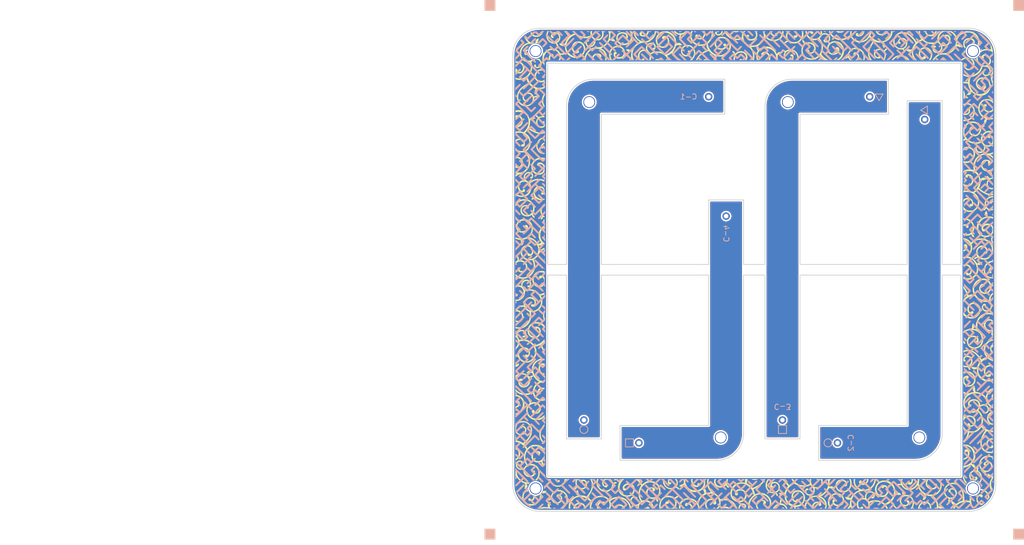
<source format=kicad_pcb>
(kicad_pcb (version 20210228) (generator pcbnew)
  (title_block (title "Kasumigasane Keypad") (company "@e3w2q"))
  (layers (0 "F.Cu" signal) (31 "B.Cu" signal) (34 "B.Paste" user) (35 "F.Paste" user) (36 "B.SilkS" user "B.Silkscreen") (37 "F.SilkS" user "F.Silkscreen") (38 "B.Mask" user) (39 "F.Mask" user) (44 "Edge.Cuts" user))
  (net 0 "")
  (footprint "#footprint:M2_ThroughHole" (layer "F.Cu") (at 25.75 25.75)
    (fp_text reference "" hide)
    (fp_text value "" hide)
    (pad "" thru_hole circle (at 0 0) (size 2.2 2.2) (drill 1.88) (layers *.Cu *.Mask))
  )
  (footprint "#footprint:1pin_conn_rev3" (layer "F.Cu") (at 34.75 94.5 90)
    (fp_text reference "" hide)
    (fp_text value "" hide)
    (pad "" thru_hole circle (at 0 0 90) (size 1.4 1.4) (drill 0.8128) (layers *.Cu *.Mask))
  )
  (footprint "#footprint:0.8mm_NPTH" (layer "F.Cu") (at 94.5 66.5 90)
    (fp_text reference "" hide)
    (fp_text value "" hide)
    (pad "" np_thru_hole circle (at 0 0 90) (size 0.8 0.8) (drill 0.8) (layers F&B.Cu *.Mask))
  )
  (footprint "#footprint:M2_ThroughHole" (layer "F.Cu") (at 35.75 35.25)
    (fp_text reference "" hide)
    (fp_text value "" hide)
  )
  (footprint "#footprint:0.8mm_NPTH" (layer "F.Cu") (at 75.5 66.5 90)
    (fp_text reference "" hide)
    (fp_text value "" hide)
    (pad "" np_thru_hole circle (at 0 0 90) (size 0.8 0.8) (drill 0.8) (layers F&B.Cu *.Mask))
  )
  (footprint "#footprint:1pin_conn_rev3" (layer "F.Cu") (at 61.25 82.5 -90)
    (fp_text reference "" hide)
    (fp_text value "" hide)
  )
  (footprint "#footprint:1pin_conn_rev3" (layer "F.Cu") (at 51 34.25 180)
    (fp_text reference "" hide)
    (fp_text value "" hide)
  )
  (footprint "#footprint:0.8mm_NPTH" (layer "F.Cu") (at 28.5 66.5 90)
    (fp_text reference "" hide)
    (fp_text value "" hide)
    (pad "" np_thru_hole circle (at 0 0 90) (size 0.8 0.8) (drill 0.8) (layers F&B.Cu *.Mask))
  )
  (footprint "#footprint:0.8mm_NPTH" (layer "F.Cu") (at 104.5 66.5 90)
    (fp_text reference "" hide)
    (fp_text value "" hide)
    (pad "" np_thru_hole circle (at 0 0 90) (size 0.8 0.8) (drill 0.8) (layers F&B.Cu *.Mask))
  )
  (footprint "#footprint:1pin_conn_rev3" (layer "F.Cu") (at 108.25 41 90)
    (fp_text reference "" hide)
    (fp_text value "" hide)
  )
  (footprint "#footprint:1pin_conn_rev3" (layer "F.Cu") (at 88 34.25 180)
    (fp_text reference "" hide)
    (fp_text value "" hide)
    (pad "" thru_hole circle (at 0 0 180) (size 1.4 1.4) (drill 0.8128) (layers *.Cu *.Mask))
  )
  (footprint "#footprint:1pin_conn_rev3" (layer "F.Cu") (at 34.75 50.5 90)
    (fp_text reference "" hide)
    (fp_text value "" hide)
  )
  (footprint "#footprint:0.8mm_NPTH" (layer "F.Cu") (at 57.5 66.5 90)
    (fp_text reference "" hide)
    (fp_text value "" hide)
    (pad "" np_thru_hole circle (at 0 0 90) (size 0.8 0.8) (drill 0.8) (layers F&B.Cu *.Mask))
  )
  (footprint "#footprint:1pin_conn_rev3" (layer "F.Cu") (at 98.25 38.5 180)
    (fp_text reference "" hide)
    (fp_text value "" hide)
    (pad "" thru_hole circle (at 0 0 180) (size 1.4 1.4) (drill 0.8128) (layers *.Cu *.Mask))
  )
  (footprint "#footprint:0.8mm_NPTH" (layer "F.Cu") (at 31 66.5 90)
    (fp_text reference "" hide)
    (fp_text value "" hide)
    (pad "" np_thru_hole circle (at 0 0 90) (size 0.8 0.8) (drill 0.8) (layers F&B.Cu *.Mask))
  )
  (footprint "#footprint:1pin_conn_rev3" (layer "F.Cu") (at 92 108.25)
    (fp_text reference "" hide)
    (fp_text value "" hide)
  )
  (footprint "#footprint:1pin_conn_rev3" (layer "F.Cu") (at 108.25 92 -90)
    (fp_text reference "" hide)
    (fp_text value "" hide)
  )
  (footprint "#footprint:M2_ThroughHole" (layer "F.Cu") (at 25.75 25.75)
    (fp_text reference "" hide)
    (fp_text value "" hide)
    (pad "" thru_hole circle (at 0 0) (size 2.2 2.2) (drill 1.88) (layers *.Cu *.Mask))
  )
  (footprint "#footprint:KG-1-karakusa" (layer "F.Cu") (at 66.5 66.5)
    (fp_text reference "G***")
    (fp_text value "LOGO" hide)
  )
  (footprint "#footprint:M2_ThroughHole" (layer "F.Cu") (at 97.25 97.75 180)
    (fp_text reference "" hide)
    (fp_text value "" hide)
    (pad "" thru_hole circle (at 0 0 180) (size 2.2 2.2) (drill 1.88) (layers *.Cu *.Mask))
  )
  (footprint "#footprint:1pin_conn_rev3" (layer "F.Cu") (at 92 24.75)
    (fp_text reference "" hide)
    (fp_text value "" hide)
  )
  (footprint "#footprint:1pin_conn_rev3" (layer "F.Cu") (at 24.75 92 -90)
    (fp_text reference "" hide)
    (fp_text value "" hide)
  )
  (footprint "#footprint:M2_ThroughHole" (layer "F.Cu") (at 25.75 107.25 90)
    (fp_text reference "" hide)
    (fp_text value "" hide)
    (pad "" thru_hole circle (at 0 0 90) (size 2.2 2.2) (drill 1.88) (layers *.Cu *.Mask))
  )
  (footprint "#footprint:1pin_conn_rev3" (layer "F.Cu") (at 71.75 50.5 90)
    (fp_text reference "" hide)
    (fp_text value "" hide)
  )
  (footprint "#footprint:0.8mm_NPTH" (layer "F.Cu") (at 102 66.5 90)
    (fp_text reference "" hide)
    (fp_text value "" hide)
    (pad "" np_thru_hole circle (at 0 0 90) (size 0.8 0.8) (drill 0.8) (layers F&B.Cu *.Mask))
  )
  (footprint "#footprint:0.8mm_NPTH" (layer "F.Cu") (at 65 66.5 90)
    (fp_text reference "" hide)
    (fp_text value "" hide)
    (pad "" np_thru_hole circle (at 0 0 90) (size 0.8 0.8) (drill 0.8) (layers F&B.Cu *.Mask))
  )
  (footprint "#footprint:1pin_conn_rev3" (layer "F.Cu") (at 58 34.25 90)
    (fp_text reference "" hide)
    (fp_text value "" hide)
    (pad "" thru_hole circle (at 0 0 90) (size 1.4 1.4) (drill 0.8128) (layers *.Cu *.Mask))
  )
  (footprint "#footprint:M2_ThroughHole" (layer "F.Cu") (at 72.75 35.25)
    (fp_text reference "" hide)
    (fp_text value "" hide)
    (pad "" thru_hole circle (at 0 0) (size 2.2 2.2) (drill 1.88) (layers *.Cu *.Mask))
  )
  (footprint "#footprint:1pin_conn_rev3" (layer "F.Cu") (at 51 34.25 180)
    (fp_text reference "" hide)
    (fp_text value "" hide)
  )
  (footprint "#footprint:1pin_conn_rev3" (layer "F.Cu") (at 45 98.75)
    (fp_text reference "" hide)
    (fp_text value "" hide)
    (pad "" thru_hole circle (at 0 0) (size 1.4 1.4) (drill 0.8128) (layers *.Cu *.Mask))
  )
  (footprint "#footprint:1pin_conn_rev3" (layer "F.Cu") (at 71.75 50.5 90)
    (fp_text reference "" hide)
    (fp_text value "" hide)
  )
  (footprint "#footprint:0.8mm_NPTH" (layer "F.Cu") (at 38.5 66.5 90)
    (fp_text reference "" hide)
    (fp_text value "" hide)
    (pad "" np_thru_hole circle (at 0 0 90) (size 0.8 0.8) (drill 0.8) (layers F&B.Cu *.Mask))
  )
  (footprint "#footprint:M2_ThroughHole" (layer "F.Cu") (at 25.75 107.25 90)
    (fp_text reference "" hide)
    (fp_text value "" hide)
    (pad "" thru_hole circle (at 0 0 90) (size 2.2 2.2) (drill 1.88) (layers *.Cu *.Mask))
  )
  (footprint "#footprint:M2_ThroughHole" (layer "F.Cu") (at 107.25 107.25 180)
    (fp_text reference "" hide)
    (fp_text value "" hide)
    (pad "" thru_hole circle (at 0 0 180) (size 2.2 2.2) (drill 1.88) (layers *.Cu *.Mask))
  )
  (footprint "#footprint:M2_ThroughHole" (layer "F.Cu") (at 60.25 97.75 180)
    (fp_text reference "" hide)
    (fp_text value "" hide)
    (pad "" thru_hole circle (at 0 0 180) (size 2.2 2.2) (drill 1.88) (layers *.Cu *.Mask))
  )
  (footprint "#footprint:1pin_conn_rev3" (layer "F.Cu") (at 24.75 41 90)
    (fp_text reference "" hide)
    (fp_text value "" hide)
  )
  (footprint "#footprint:1pin_conn_rev3" (layer "F.Cu") (at 41 108.25 180)
    (fp_text reference "" hide)
    (fp_text value "" hide)
  )
  (footprint "#footprint:1pin_conn_rev3" (layer "F.Cu") (at 71.75 94.5 -90)
    (fp_text reference "" hide)
    (fp_text value "" hide)
    (pad "" thru_hole circle (at 0 0 270) (size 1.4 1.4) (drill 0.8128) (layers *.Cu *.Mask))
  )
  (footprint "#footprint:M2_ThroughHole" (layer "F.Cu") (at 35.75 35.25)
    (fp_text reference "" hide)
    (fp_text value "" hide)
    (pad "" thru_hole circle (at 0 0) (size 2.2 2.2) (drill 1.88) (layers *.Cu *.Mask))
  )
  (footprint "#footprint:0.8mm_NPTH" (layer "F.Cu") (at 68 66.5 90)
    (fp_text reference "" hide)
    (fp_text value "" hide)
    (pad "" np_thru_hole circle (at 0 0 90) (size 0.8 0.8) (drill 0.8) (layers F&B.Cu *.Mask))
  )
  (footprint "#footprint:1pin_conn_rev3" (layer "F.Cu") (at 82 98.75)
    (fp_text reference "" hide)
    (fp_text value "" hide)
    (pad "" thru_hole circle (at 0 0) (size 1.4 1.4) (drill 0.8128) (layers *.Cu *.Mask))
  )
  (footprint "#footprint:1pin_conn_rev3" (layer "F.Cu") (at 61.25 56.5)
    (fp_text reference "" hide)
    (fp_text value "" hide)
    (pad "" thru_hole circle (at 0 0) (size 1.4 1.4) (drill 0.8128) (layers *.Cu *.Mask))
  )
  (footprint "#footprint:M2_ThroughHole" (layer "F.Cu") (at 107.25 107.25 180)
    (fp_text reference "" hide)
    (fp_text value "" hide)
    (pad "" thru_hole circle (at 0 0 180) (size 2.2 2.2) (drill 1.88) (layers *.Cu *.Mask))
  )
  (footprint "#footprint:M2_ThroughHole" (layer "F.Cu") (at 107.25 25.75 -90)
    (fp_text reference "" hide)
    (fp_text value "" hide)
    (pad "" thru_hole circle (at 0 0 270) (size 2.2 2.2) (drill 1.88) (layers *.Cu *.Mask))
  )
  (footprint "#footprint:1pin_conn_rev3" (layer "F.Cu") (at 41 24.75 180)
    (fp_text reference "" hide)
    (fp_text value "" hide)
  )
  (footprint "#footprint:KG-4-maze" (layer "B.Cu") (at 66.5 66.5 180)
    (fp_text reference "G***")
    (fp_text value "LOGO" hide)
  )
  (gr_rect (start 42.5 98) (end 44 99.5) (layer "B.SilkS") (width 0.15) (fill none))
  (gr_line (start 98.75 36) (end 97.5 36.75) (layer "B.SilkS") (width 0.15))
  (gr_circle (center 34.75 96.25) (end 35.5 96.25) (layer "B.SilkS") (width 0.15) (fill none))
  (gr_line (start 89 33.75) (end 90.5 33.75) (layer "B.SilkS") (width 0.15))
  (gr_line (start 98.75 36) (end 98.75 37.5) (layer "B.SilkS") (width 0.15))
  (gr_rect (start 72.5 95.5) (end 71 97) (layer "B.SilkS") (width 0.15) (fill none))
  (gr_line (start 89 33.75) (end 89.75 35) (layer "B.SilkS") (width 0.15))
  (gr_line (start 98.75 37.5) (end 97.5 36.75) (layer "B.SilkS") (width 0.15))
  (gr_circle (center 80.25 98.75) (end 81 98.75) (layer "B.SilkS") (width 0.15) (fill none))
  (gr_line (start 90.5 33.75) (end 89.75 35) (layer "B.SilkS") (width 0.15))
  (gr_line (start 31.5 67.5) (end 31.5 98) (layer "Edge.Cuts") (width 0.15))
  (gr_line (start 28 105) (end 28 67.5) (layer "Edge.Cuts") (width 0.15))
  (gr_line (start 58 53.5) (end 64.5 53.5) (layer "Edge.Cuts") (width 0.15))
  (gr_line (start 105 67.5) (end 105 105) (layer "Edge.Cuts") (width 0.15))
  (gr_arc (start 106.5 26.5) (end 111.5 26.5) (angle -90) (layer "Edge.Cuts") (width 0.15))
  (gr_line (start 26.5 111.5) (end 106.5 111.5) (layer "Edge.Cuts") (width 0.15))
  (gr_line (start 26.5 21.5) (end 106.5 21.5) (layer "Edge.Cuts") (width 0.15))
  (gr_line (start 101.5 65.5) (end 105 65.5) (layer "Edge.Cuts") (width 0.15))
  (gr_line (start 64.5 65.5) (end 64.5 53.5) (layer "Edge.Cuts") (width 0.15))
  (gr_line (start 58 53.5) (end 58 65.5) (layer "Edge.Cuts") (width 0.15))
  (gr_arc (start 59.5 97) (end 59.5 102) (angle -90) (layer "Edge.Cuts") (width 0.15))
  (gr_line (start 61 31) (end 36.5 31) (layer "Edge.Cuts") (width 0.15))
  (gr_line (start 78.5 102) (end 78.5 95.5) (layer "Edge.Cuts") (width 0.15))
  (gr_line (start 38 37.5) (end 38 65.5) (layer "Edge.Cuts") (width 0.15))
  (gr_line (start 64.5 65.5) (end 68.5 65.5) (layer "Edge.Cuts") (width 0.15))
  (gr_line (start 58 67.5) (end 58 95.5) (layer "Edge.Cuts") (width 0.15))
  (gr_line (start 105 65.5) (end 105 28) (layer "Edge.Cuts") (width 0.15))
  (gr_line (start 101.5 65.5) (end 101.5 35) (layer "Edge.Cuts") (width 0.15))
  (gr_line (start 64.5 67.5) (end 68.5 67.5) (layer "Edge.Cuts") (width 0.15))
  (gr_line (start 101.5 97) (end 101.5 67.5) (layer "Edge.Cuts") (width 0.15))
  (gr_line (start 75 98) (end 75 67.5) (layer "Edge.Cuts") (width 0.15))
  (gr_line (start 28 65.5) (end 31.5 65.5) (layer "Edge.Cuts") (width 0.15))
  (gr_line (start 75 67.5) (end 95 67.5) (layer "Edge.Cuts") (width 0.15))
  (gr_arc (start 73.5 36) (end 73.5 31) (angle -90) (layer "Edge.Cuts") (width 0.15))
  (gr_line (start 91.5 31) (end 91.5 37.5) (layer "Edge.Cuts") (width 0.15))
  (gr_line (start 58 65.5) (end 38 65.5) (layer "Edge.Cuts") (width 0.15))
  (gr_arc (start 36.5 36) (end 36.5 31) (angle -90) (layer "Edge.Cuts") (width 0.15))
  (gr_arc (start 106.5 106.5) (end 106.5 111.5) (angle -90) (layer "Edge.Cuts") (width 0.15))
  (gr_line (start 78.5 95.5) (end 95 95.5) (layer "Edge.Cuts") (width 0.15))
  (gr_line (start 28 65.5) (end 28 28) (layer "Edge.Cuts") (width 0.15))
  (gr_line (start 75 65.5) (end 95 65.5) (layer "Edge.Cuts") (width 0.15))
  (gr_line (start 58 67.5) (end 38 67.5) (layer "Edge.Cuts") (width 0.15))
  (gr_line (start 68.5 65.5) (end 68.5 36) (layer "Edge.Cuts") (width 0.15))
  (gr_line (start 78.5 102) (end 96.5 102) (layer "Edge.Cuts") (width 0.15))
  (gr_line (start 95 67.5) (end 95 95.5) (layer "Edge.Cuts") (width 0.15))
  (gr_line (start 68.5 67.5) (end 68.5 98) (layer "Edge.Cuts") (width 0.15))
  (gr_line (start 41.5 102) (end 41.5 95.5) (layer "Edge.Cuts") (width 0.15))
  (gr_line (start 61 37.5) (end 61 31) (layer "Edge.Cuts") (width 0.15))
  (gr_line (start 64.5 67.5) (end 64.5 97) (layer "Edge.Cuts") (width 0.15))
  (gr_line (start 31.5 36) (end 31.5 65.5) (layer "Edge.Cuts") (width 0.15))
  (gr_line (start 28 67.5) (end 31.5 67.5) (layer "Edge.Cuts") (width 0.15))
  (gr_line (start 91.5 31) (end 73.5 31) (layer "Edge.Cuts") (width 0.15))
  (gr_line (start 59.5 102) (end 41.5 102) (layer "Edge.Cuts") (width 0.15))
  (gr_line (start 68.5 98) (end 75 98) (layer "Edge.Cuts") (width 0.15))
  (gr_line (start 91.5 37.5) (end 75 37.5) (layer "Edge.Cuts") (width 0.15))
  (gr_line (start 38 98) (end 38 67.5) (layer "Edge.Cuts") (width 0.15))
  (gr_arc (start 26.5 26.5) (end 26.5 21.5) (angle -90) (layer "Edge.Cuts") (width 0.15))
  (gr_line (start 101.5 35) (end 95 35) (layer "Edge.Cuts") (width 0.15))
  (gr_line (start 28 28) (end 105 28) (layer "Edge.Cuts") (width 0.15))
  (gr_line (start 28 105) (end 105 105) (layer "Edge.Cuts") (width 0.15))
  (gr_line (start 58 95.5) (end 41.5 95.5) (layer "Edge.Cuts") (width 0.15))
  (gr_line (start 95 35) (end 95 65.5) (layer "Edge.Cuts") (width 0.15))
  (gr_arc (start 26.5 106.5) (end 21.5 106.5) (angle -90) (layer "Edge.Cuts") (width 0.15))
  (gr_line (start 61 37.5) (end 38 37.5) (layer "Edge.Cuts") (width 0.15))
  (gr_line (start 111.5 26.5) (end 111.5 106.5) (layer "Edge.Cuts") (width 0.15))
  (gr_line (start 75 65.5) (end 75 37.5) (layer "Edge.Cuts") (width 0.15))
  (gr_line (start 101.5 67.5) (end 105 67.5) (layer "Edge.Cuts") (width 0.15))
  (gr_line (start 31.5 98) (end 38 98) (layer "Edge.Cuts") (width 0.15))
  (gr_line (start 21.5 26.5) (end 21.5 106.5) (layer "Edge.Cuts") (width 0.15))
  (gr_arc (start 96.5 97) (end 96.5 102) (angle -90) (layer "Edge.Cuts") (width 0.15))
  (gr_text "C-2" (at 84.5 98.75 90) (layer "B.SilkS") (effects (font (size 1 1)) (justify mirror)))
  (gr_text "C-4" (at 61.25 59.75 270) (layer "B.SilkS") (effects (font (size 1 1)) (justify mirror)))
  (gr_text "C-1" (at 54.25 34.25) (layer "B.SilkS") (effects (font (size 1 1)) (justify mirror)))
  (gr_text "C-3" (at 71.75 92 180) (layer "B.SilkS") (effects (font (size 1 1)) (justify mirror)))
  (zone (net 0) (net_name "") (layers F&B.Cu) (connect_pads (clearance 0.3)) (min_thickness 0.254) (fill yes (thermal_gap 0.508) (thermal_bridge_width 0.508))
    (polygon (pts (xy 111.5 111.5) (xy 21.5 111.5) (xy 21.5 21.5) (xy 111.5 21.5)))
  )
  (zone (net 0) (net_name "") (layers F&B.Cu) (connect_pads (clearance 0)) (min_thickness 0.254)
    (keepout (tracks allowed) (vias allowed) (pads allowed) (copperpour not_allowed) (footprints allowed))
    (fill (thermal_gap 0.508) (thermal_bridge_width 0.508))
    (polygon (pts (xy 58.3 67.5) (xy 37.7 67.5) (xy 37.7 65.5) (xy 58.3 65.5)))
  )
  (zone (net 0) (net_name "") (layers F&B.Cu) (connect_pads (clearance 0)) (min_thickness 0.254)
    (keepout (tracks allowed) (vias allowed) (pads allowed) (copperpour not_allowed) (footprints allowed))
    (fill (thermal_gap 0.508) (thermal_bridge_width 0.508))
    (polygon (pts (xy 95.3 67.5) (xy 74.7 67.5) (xy 74.7 65.5) (xy 95.3 65.5)))
  )
  (zone (net 0) (net_name "") (layers F&B.Cu) (connect_pads (clearance 0)) (min_thickness 0.254)
    (keepout (tracks allowed) (vias allowed) (pads allowed) (copperpour not_allowed) (footprints allowed))
    (fill (thermal_gap 0.508) (thermal_bridge_width 0.508))
    (polygon (pts (xy 31.8 67.5) (xy 27.7 67.5) (xy 27.7 65.5) (xy 31.8 65.5)))
  )
  (zone (net 0) (net_name "") (layers F&B.Cu) (connect_pads (clearance 0)) (min_thickness 0.254)
    (keepout (tracks allowed) (vias allowed) (pads allowed) (copperpour not_allowed) (footprints allowed))
    (fill (thermal_gap 0.508) (thermal_bridge_width 0.508))
    (polygon (pts (xy 105.3 67.5) (xy 101.2 67.5) (xy 101.2 65.5) (xy 105.3 65.5)))
  )
  (zone (net 0) (net_name "") (layers F&B.Cu) (connect_pads (clearance 0)) (min_thickness 0.254)
    (keepout (tracks allowed) (vias allowed) (pads allowed) (copperpour not_allowed) (footprints allowed))
    (fill (thermal_gap 0.508) (thermal_bridge_width 0.508))
    (polygon (pts (xy 68.8 67.5) (xy 64.2 67.5) (xy 64.2 65.5) (xy 68.8 65.5)))
  )
)
</source>
